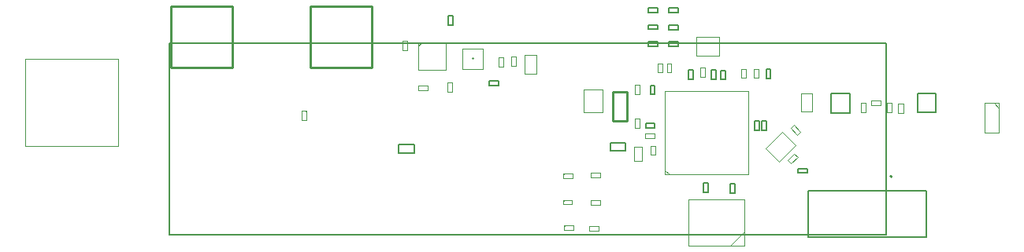
<source format=gbr>
%TF.GenerationSoftware,Altium Limited,Altium Designer,20.0.13 (296)*%
G04 Layer_Color=16711935*
%FSLAX45Y45*%
%MOMM*%
%TF.FileFunction,Other,Mechanical_13*%
%TF.Part,Single*%
G01*
G75*
%TA.AperFunction,NonConductor*%
%ADD87C,0.10000*%
%ADD88C,0.25400*%
%ADD107C,0.20000*%
%ADD109C,0.12700*%
%ADD190C,0.00000*%
%ADD191C,0.02540*%
D87*
X9078000Y4054000D02*
X9228000Y4204000D01*
Y4054000D02*
Y4554000D01*
X8628000D02*
X9228000D01*
X8628000Y4054000D02*
Y4554000D01*
Y4054000D02*
X9228000D01*
X8130000Y4962500D02*
Y5117500D01*
X8050000Y4962500D02*
X8130000D01*
X8050000D02*
Y5117500D01*
X8130000D01*
X10880000Y5484000D02*
X10940000D01*
Y5584000D01*
X10880000D02*
X10940000D01*
X10880000Y5484000D02*
Y5584000D01*
X7567000Y4215000D02*
X7667000D01*
X7567000D02*
Y4265000D01*
X7667000D01*
Y4215000D02*
Y4265000D01*
X6590045Y5983604D02*
X6640045D01*
Y6083604D01*
X6590045D02*
X6640045D01*
X6590045Y5983604D02*
Y6083604D01*
X8377179Y4868743D02*
X8427179Y4818743D01*
X8377179D02*
X9277179D01*
Y5718743D01*
X8377179D02*
X9277179D01*
X8377179Y4818743D02*
Y5718743D01*
X5722000Y6205000D02*
X5762000Y6245000D01*
X5722000Y5945000D02*
Y6245000D01*
Y5945000D02*
X6022000D01*
Y6245000D01*
X5722000D02*
X6022000D01*
X10597000Y5567000D02*
Y5617000D01*
Y5567000D02*
X10697000D01*
Y5617000D01*
X10597000D02*
X10697000D01*
X7294000Y4268000D02*
X7394000D01*
Y4218000D02*
Y4268000D01*
X7294000Y4218000D02*
X7394000D01*
X7294000D02*
Y4268000D01*
Y4251300D02*
X7310700Y4268000D01*
X7507000Y5739000D02*
X7707000D01*
X7507000Y5489000D02*
Y5739000D01*
Y5489000D02*
X7707000D01*
Y5739000D01*
X9464202Y5099587D02*
X9605623Y4958165D01*
X9782400Y5134942D01*
X9640979Y5276363D02*
X9782400Y5134942D01*
X9464202Y5099587D02*
X9640979Y5276363D01*
X9837300Y5496694D02*
X9962300D01*
Y5696694D01*
X9837300D02*
X9962300D01*
X9837300Y5496694D02*
Y5696694D01*
X6868545Y6105604D02*
X6993545D01*
X6868545Y5905604D02*
Y6105604D01*
Y5905604D02*
X6993545D01*
Y6105604D01*
X9196000Y5861000D02*
X9246000D01*
Y5961000D01*
X9196000D02*
X9246000D01*
X9196000Y5861000D02*
Y5961000D01*
X8275000Y5030000D02*
Y5130000D01*
X8225000Y5030000D02*
X8275000D01*
X8225000D02*
Y5130000D01*
X8275000D01*
X6724045Y6091604D02*
X6774045D01*
X6724045Y5991604D02*
Y6091604D01*
Y5991604D02*
X6774045D01*
Y6091604D01*
X11915000Y5590000D02*
X11970000Y5535000D01*
X11810000Y5590000D02*
X11970000D01*
X11810000Y5270000D02*
Y5590000D01*
Y5270000D02*
X11970000D01*
Y5590000D01*
X1497500Y6070000D02*
X2502500D01*
X1497500Y5130000D02*
Y6070000D01*
Y5130000D02*
X2502500D01*
Y6070000D01*
X8053771Y5688195D02*
X8103770D01*
Y5788195D01*
X8053771D02*
X8103770D01*
X8053771Y5688195D02*
Y5788195D01*
X8057000Y5422000D02*
X8107000D01*
X8057000Y5322000D02*
Y5422000D01*
Y5322000D02*
X8107000D01*
Y5422000D01*
X9696967Y4972322D02*
X9732322Y4936967D01*
X9803033Y5007678D01*
X9767678Y5043033D02*
X9803033Y5007678D01*
X9696967Y4972322D02*
X9767678Y5043033D01*
X9726967Y5317678D02*
X9762322Y5353033D01*
X9726967Y5317678D02*
X9797678Y5246967D01*
X9833033Y5282322D01*
X9762322Y5353033D02*
X9833033Y5282322D01*
X10482000Y5595000D02*
X10532000D01*
X10482000Y5495000D02*
Y5595000D01*
Y5495000D02*
X10532000D01*
Y5595000D01*
X10764000D02*
X10814000D01*
X10764000Y5495000D02*
Y5595000D01*
Y5495000D02*
X10814000D01*
Y5595000D01*
X6038046Y5809604D02*
X6088045D01*
X6038046Y5709604D02*
Y5809604D01*
Y5709604D02*
X6088045D01*
Y5809604D01*
X8761000Y5873000D02*
X8811000D01*
Y5973000D01*
X8761000D02*
X8811000D01*
X8761000Y5873000D02*
Y5973000D01*
X8301000Y5920000D02*
X8351000D01*
Y6020000D01*
X8301000D02*
X8351000D01*
X8301000Y5920000D02*
Y6020000D01*
X8398000Y5920000D02*
X8448000D01*
Y6020000D01*
X8398000D02*
X8448000D01*
X8398000Y5920000D02*
Y6020000D01*
X8265000Y5211000D02*
Y5261000D01*
X8165000D02*
X8265000D01*
X8165000Y5211000D02*
Y5261000D01*
Y5211000D02*
X8265000D01*
X9336000Y5860000D02*
X9386000D01*
Y5960000D01*
X9336000D02*
X9386000D01*
X9336000Y5860000D02*
Y5960000D01*
X8713000Y6302000D02*
X8963000D01*
Y6102000D02*
Y6302000D01*
X8713000Y6102000D02*
X8963000D01*
X8713000D02*
Y6302000D01*
X4525000Y5405000D02*
Y5505000D01*
X4475000Y5405000D02*
X4525000D01*
X4475000D02*
Y5505000D01*
X4525000D01*
X4508300D02*
X4525000Y5488300D01*
X5555046Y6261604D02*
X5605045D01*
X5555046Y6161604D02*
Y6261604D01*
Y6161604D02*
X5605045D01*
Y6261604D01*
X5827045Y5731604D02*
Y5781604D01*
X5727045D02*
X5827045D01*
X5727045Y5731604D02*
Y5781604D01*
Y5731604D02*
X5827045D01*
X7286000Y4832000D02*
X7386000D01*
Y4782000D02*
Y4832000D01*
X7286000Y4782000D02*
X7386000D01*
X7286000D02*
Y4832000D01*
Y4815300D02*
X7302700Y4832000D01*
X7281000Y4547000D02*
X7381000D01*
Y4497000D02*
Y4547000D01*
X7281000Y4497000D02*
X7381000D01*
X7281000D02*
Y4547000D01*
Y4530300D02*
X7297700Y4547000D01*
X7580000Y4785000D02*
X7680000D01*
X7580000D02*
Y4835000D01*
X7680000D01*
Y4785000D02*
Y4835000D01*
X7583000Y4495000D02*
X7683000D01*
X7583000D02*
Y4545000D01*
X7683000D01*
Y4495000D02*
Y4545000D01*
D88*
X3070000Y6630000D02*
X3730000D01*
X3070000Y5970000D02*
Y6630000D01*
Y5970000D02*
X3730000D01*
Y6630000D01*
X7816786Y5394808D02*
X7966786D01*
Y5714808D01*
X7816786D02*
X7966786D01*
X7816786Y5394808D02*
Y5714808D01*
X4570000Y6630000D02*
X5230000D01*
X4570000Y5970000D02*
Y6630000D01*
Y5970000D02*
X5230000D01*
Y6630000D01*
D107*
X10818000Y4799900D02*
G03*
X10818000Y4799900I-10000J0D01*
G01*
X10755500Y4167500D02*
Y6232500D01*
X3050500Y4167500D02*
X10755500D01*
X3050500D02*
Y6232500D01*
X10755500D01*
X11290000Y5488000D02*
Y5698000D01*
X11090000Y5488000D02*
X11290000D01*
X11090000D02*
Y5698000D01*
X11290000D01*
X9910000Y4835000D02*
Y4885000D01*
X9810000D02*
X9910000D01*
X9810000Y4835000D02*
Y4885000D01*
Y4835000D02*
X9910000D01*
X7790000Y5160000D02*
X7950000D01*
Y5080000D02*
Y5160000D01*
X7790000Y5080000D02*
X7950000D01*
X7790000D02*
Y5160000D01*
X6591245Y5780604D02*
Y5830604D01*
X6491246D02*
X6591245D01*
X6491246Y5780604D02*
Y5830604D01*
Y5780604D02*
X6591245D01*
X8629000Y5848000D02*
Y5948000D01*
X8679000D01*
Y5848000D02*
Y5948000D01*
X8629000Y5848000D02*
X8679000D01*
X8876000Y5847000D02*
X8926000D01*
Y5947000D01*
X8876000D02*
X8926000D01*
X8876000Y5847000D02*
Y5947000D01*
X10164044Y5693744D02*
X10364044D01*
X10164044Y5483744D02*
Y5693744D01*
Y5483744D02*
X10364044D01*
Y5693744D01*
X8169000Y5319000D02*
X8269000D01*
X8169000D02*
Y5369000D01*
X8269000D01*
Y5319000D02*
Y5369000D01*
X8220000Y5682000D02*
X8270000D01*
Y5782000D01*
X8220000D02*
X8270000D01*
X8220000Y5682000D02*
Y5782000D01*
X8845000Y4630000D02*
Y4730000D01*
X8795000Y4630000D02*
X8845000D01*
X8795000D02*
Y4730000D01*
X8845000D01*
X9345000Y5300000D02*
X9395000D01*
Y5400000D01*
X9345000D02*
X9395000D01*
X9345000Y5300000D02*
Y5400000D01*
X9415000Y5300000D02*
Y5400000D01*
X9465000D01*
Y5300000D02*
Y5400000D01*
X9415000Y5300000D02*
X9465000D01*
X8981000Y5844000D02*
X9031000D01*
Y5944000D01*
X8981000D02*
X9031000D01*
X8981000Y5844000D02*
Y5944000D01*
X6096045Y6429604D02*
Y6529604D01*
X6046046Y6429604D02*
X6096045D01*
X6046046D02*
Y6529604D01*
X6096045D01*
X8516000Y6564001D02*
Y6614000D01*
X8416000D02*
X8516000D01*
X8416000Y6564001D02*
Y6614000D01*
Y6564001D02*
X8516000D01*
X8416079Y6383000D02*
X8516078D01*
X8416079D02*
Y6433000D01*
X8516078D01*
Y6383000D02*
Y6433000D01*
X8516000Y6201000D02*
Y6251000D01*
X8416000D02*
X8516000D01*
X8416000Y6201000D02*
Y6251000D01*
Y6201000D02*
X8516000D01*
X8200913Y6563541D02*
X8300913D01*
X8200913D02*
Y6613541D01*
X8300913D01*
Y6563541D02*
Y6613541D01*
X8299828Y6385000D02*
Y6435000D01*
X8199829D02*
X8299828D01*
X8199829Y6385000D02*
Y6435000D01*
Y6385000D02*
X8299828D01*
X8199500Y6201000D02*
X8299500D01*
X8199500D02*
Y6251000D01*
X8299500D01*
Y6201000D02*
Y6251000D01*
X9079000Y4621750D02*
X9129000D01*
Y4721750D01*
X9079000D02*
X9129000D01*
X9079000Y4621750D02*
Y4721750D01*
X9515000Y5854000D02*
Y5954000D01*
X9465000Y5854000D02*
X9515000D01*
X9465000D02*
Y5954000D01*
X9515000D01*
D109*
X5512000Y5052000D02*
Y5148000D01*
X5688000Y5052000D02*
Y5148000D01*
X5512000Y5052000D02*
X5688000D01*
X5512000Y5148000D02*
X5688000D01*
X9919000Y4148000D02*
X11189000D01*
X9919000D02*
Y4648000D01*
X11189000D01*
Y4148000D02*
Y4648000D01*
D190*
X6320195Y6070604D02*
G03*
X6320195Y6070604I-7620J0D01*
G01*
D191*
X6202085Y6181094D02*
X6423065D01*
X6202085Y5960114D02*
Y6181094D01*
Y5960114D02*
X6423065D01*
Y6181094D01*
%TF.MD5,8b9b95675be579c5852fdccc719144b7*%
M02*

</source>
